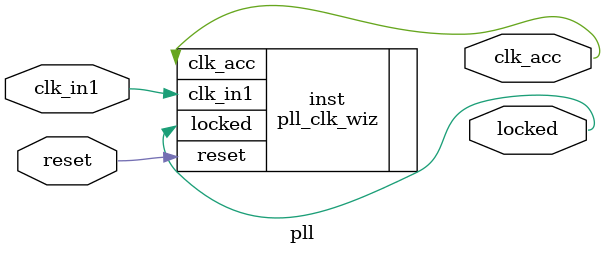
<source format=v>


`timescale 1ps/1ps

(* CORE_GENERATION_INFO = "pll,clk_wiz_v6_0_3_0_0,{component_name=pll,use_phase_alignment=true,use_min_o_jitter=false,use_max_i_jitter=false,use_dyn_phase_shift=false,use_inclk_switchover=false,use_dyn_reconfig=false,enable_axi=0,feedback_source=FDBK_AUTO,PRIMITIVE=MMCM,num_out_clk=1,clkin1_period=10.000,clkin2_period=10.000,use_power_down=false,use_reset=true,use_locked=true,use_inclk_stopped=false,feedback_type=SINGLE,CLOCK_MGR_TYPE=NA,manual_override=false}" *)

module pll 
 (
  // Clock out ports
  output        clk_acc,
  // Status and control signals
  input         reset,
  output        locked,
 // Clock in ports
  input         clk_in1
 );

  pll_clk_wiz inst
  (
  // Clock out ports  
  .clk_acc(clk_acc),
  // Status and control signals               
  .reset(reset), 
  .locked(locked),
 // Clock in ports
  .clk_in1(clk_in1)
  );

endmodule

</source>
